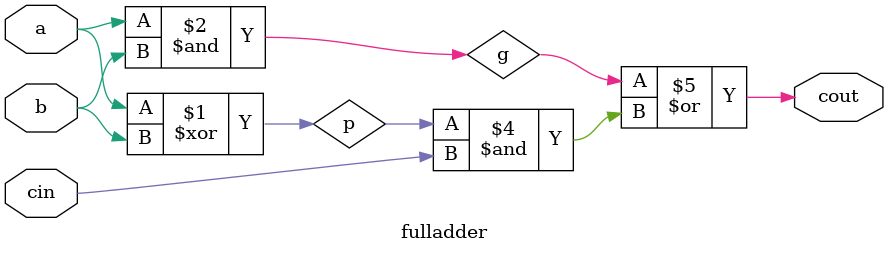
<source format=sv>

module fulladder(
  input  logic a, b, cin,
  output logic a, cout
);

  logic p, g;

  assign p = a ^ b;
  assign g = a & b;

  assign s = p ^ cin;
  assign cout = g | (p & cin);

  // This is a full adder that has **carry-in** (denoted as `cin`) and **carry
  // -out** (denoted as `cout`). True Boolean equation is like:
  //
  // S = A ⊕ B ⊕ Cᵢₙ  and  Cₒᵤₜ = AB + (A + B) Cᵢₙ
  //
  // But when A = 1 and B = 1, AB = 1 so term A + B in Cₒᵤₜ equation can be
  // simplified as A ⊕ B, and the xor gate can be reused.

endmodule

</source>
